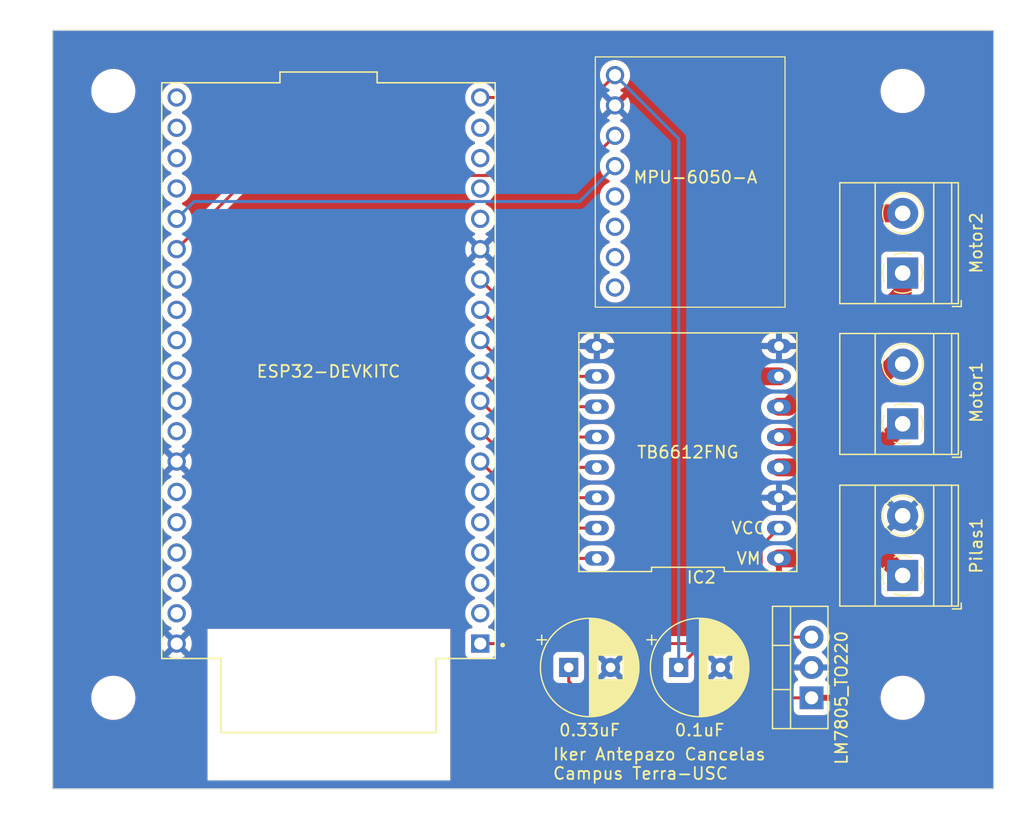
<source format=kicad_pcb>
(kicad_pcb (version 20241229) (generator "pcbnew") (generator_version "9.0")
  (layers (0 "F.Cu" signal) (2 "B.Cu" signal) (13 "F.Paste" user) (15 "B.Paste" user) (5 "F.SilkS" user "F.Silkscreen") (7 "B.SilkS" user "B.Silkscreen") (1 "F.Mask" user) (3 "B.Mask" user) (25 "Edge.Cuts" user))
  (net 0 "")
  (net 1 "Net-(IC2-VM1)")
  (net 2 "GND")
  (net 3 "Net-(U1-VO)")
  (net 4 "Net-(IC2-VCC)")
  (net 5 "AO1")
  (net 6 "AO2")
  (net 7 "BO1")
  (net 8 "BO2")
  (net 9 "PWMA")
  (net 10 "AIN1")
  (net 11 "AIN2")
  (net 12 "STBY")
  (net 13 "BIN1")
  (net 14 "BIN2")
  (net 15 "PWMB")
  (net 23 "Net-(U2-IO0)")
  (net 26 "Net-(U2-IO2)")
  (footprint "Mi_Libreria2:MODULE_ESP32-DEVKITC" (layer "F.Cu") (at 132.3 104.69 180)
    (property "Reference" "U2" (hide yes))
    (property "Value" "ESP32-DEVKITC" (at 0 -0.07 0) (layer "F.SilkS"))
    (pad "1" thru_hole rect (at -12.7 -22.85 180) (size 1.53 1.53) (drill 1.02) (layers "*.Cu" "*.Mask") (net 4 "Net-(IC2-VCC)"))
    (pad "2" thru_hole circle (at -12.7 -20.31 180) (size 1.53 1.53) (drill 1.02) (layers "*.Cu" "*.Mask"))
    (pad "3" thru_hole circle (at -12.7 -17.77 180) (size 1.53 1.53) (drill 1.02) (layers "*.Cu" "*.Mask"))
    (pad "4" thru_hole circle (at -12.7 -15.23 180) (size 1.53 1.53) (drill 1.02) (layers "*.Cu" "*.Mask"))
    (pad "5" thru_hole circle (at -12.7 -12.69 180) (size 1.53 1.53) (drill 1.02) (layers "*.Cu" "*.Mask"))
    (pad "6" thru_hole circle (at -12.7 -10.15 180) (size 1.53 1.53) (drill 1.02) (layers "*.Cu" "*.Mask"))
    (pad "7" thru_hole circle (at -12.7 -7.61 180) (size 1.53 1.53) (drill 1.02) (layers "*.Cu" "*.Mask") (net 9 "PWMA"))
    (pad "8" thru_hole circle (at -12.7 -5.07 180) (size 1.53 1.53) (drill 1.02) (layers "*.Cu" "*.Mask") (net 10 "AIN1"))
    (pad "9" thru_hole circle (at -12.7 -2.53 180) (size 1.53 1.53) (drill 1.02) (layers "*.Cu" "*.Mask") (net 11 "AIN2"))
    (pad "10" thru_hole circle (at -12.7 0.01 180) (size 1.53 1.53) (drill 1.02) (layers "*.Cu" "*.Mask") (net 12 "STBY"))
    (pad "11" thru_hole circle (at -12.7 2.55 180) (size 1.53 1.53) (drill 1.02) (layers "*.Cu" "*.Mask") (net 13 "BIN1"))
    (pad "12" thru_hole circle (at -12.7 5.09 180) (size 1.53 1.53) (drill 1.02) (layers "*.Cu" "*.Mask") (net 14 "BIN2"))
    (pad "13" thru_hole circle (at -12.7 7.63 180) (size 1.53 1.53) (drill 1.02) (layers "*.Cu" "*.Mask") (net 15 "PWMB"))
    (pad "14" thru_hole circle (at -12.7 10.17 180) (size 1.53 1.53) (drill 1.02) (layers "*.Cu" "*.Mask") (net 2 "GND"))
    (pad "15" thru_hole circle (at -12.7 12.71 180) (size 1.53 1.53) (drill 1.02) (layers "*.Cu" "*.Mask"))
    (pad "16" thru_hole circle (at -12.7 15.25 180) (size 1.53 1.53) (drill 1.02) (layers "*.Cu" "*.Mask"))
    (pad "17" thru_hole circle (at -12.7 17.79 180) (size 1.53 1.53) (drill 1.02) (layers "*.Cu" "*.Mask"))
    (pad "18" thru_hole circle (at -12.7 20.33 180) (size 1.53 1.53) (drill 1.02) (layers "*.Cu" "*.Mask"))
    (pad "19" thru_hole circle (at -12.7 22.87 180) (size 1.53 1.53) (drill 1.02) (layers "*.Cu" "*.Mask") (net 3 "Net-(U1-VO)"))
    (pad "20" thru_hole circle (at 12.7 22.87 180) (size 1.53 1.53) (drill 1.02) (layers "*.Cu" "*.Mask"))
    (pad "21" thru_hole circle (at 12.7 20.33 180) (size 1.53 1.53) (drill 1.02) (layers "*.Cu" "*.Mask"))
    (pad "22" thru_hole circle (at 12.7 17.79 180) (size 1.53 1.53) (drill 1.02) (layers "*.Cu" "*.Mask"))
    (pad "23" thru_hole circle (at 12.7 15.25 180) (size 1.53 1.53) (drill 1.02) (layers "*.Cu" "*.Mask"))
    (pad "24" thru_hole circle (at 12.7 12.71 180) (size 1.53 1.53) (drill 1.02) (layers "*.Cu" "*.Mask") (net 26 "Net-(U2-IO2)"))
    (pad "25" thru_hole circle (at 12.7 10.17 180) (size 1.53 1.53) (drill 1.02) (layers "*.Cu" "*.Mask") (net 23 "Net-(U2-IO0)"))
    (pad "26" thru_hole circle (at 12.7 7.63 180) (size 1.53 1.53) (drill 1.02) (layers "*.Cu" "*.Mask"))
    (pad "27" thru_hole circle (at 12.7 5.09 180) (size 1.53 1.53) (drill 1.02) (layers "*.Cu" "*.Mask"))
    (pad "28" thru_hole circle (at 12.7 2.55 180) (size 1.53 1.53) (drill 1.02) (layers "*.Cu" "*.Mask"))
    (pad "29" thru_hole circle (at 12.7 0.01 180) (size 1.53 1.53) (drill 1.02) (layers "*.Cu" "*.Mask"))
    (pad "30" thru_hole circle (at 12.7 -2.53 180) (size 1.53 1.53) (drill 1.02) (layers "*.Cu" "*.Mask"))
    (pad "31" thru_hole circle (at 12.7 -5.07 180) (size 1.53 1.53) (drill 1.02) (layers "*.Cu" "*.Mask"))
    (pad "32" thru_hole circle (at 12.7 -7.61 180) (size 1.53 1.53) (drill 1.02) (layers "*.Cu" "*.Mask") (net 2 "GND"))
    (pad "33" thru_hole circle (at 12.7 -10.15 180) (size 1.53 1.53) (drill 1.02) (layers "*.Cu" "*.Mask"))
    (pad "34" thru_hole circle (at 12.7 -12.69 180) (size 1.53 1.53) (drill 1.02) (layers "*.Cu" "*.Mask"))
    (pad "35" thru_hole circle (at 12.7 -15.23 180) (size 1.53 1.53) (drill 1.02) (layers "*.Cu" "*.Mask"))
    (pad "36" thru_hole circle (at 12.7 -17.77 180) (size 1.53 1.53) (drill 1.02) (layers "*.Cu" "*.Mask"))
    (pad "37" thru_hole circle (at 12.7 -20.31 180) (size 1.53 1.53) (drill 1.02) (layers "*.Cu" "*.Mask"))
    (pad "38" thru_hole circle (at 12.7 -22.85 180) (size 1.53 1.53) (drill 1.02) (layers "*.Cu" "*.Mask") (net 2 "GND"))
  )
  (footprint "Mi_Libreria2:MPU6050" (layer "F.Cu") (at 156.2735 79.9465)
    (property "Reference" "U4")
    (property "Value" "MPU-6050-A" (at 6.7265 8.5535 0) (layer "F.SilkS"))
    (pad "1" thru_hole circle (at 0 0) (size 1.53 1.53) (drill 1.02) (layers "*.Cu" "*.Mask") (net 3 "Net-(U1-VO)"))
    (pad "2" thru_hole circle (at 0 2.54) (size 1.53 1.53) (drill 1.02) (layers "*.Cu" "*.Mask") (net 2 "GND"))
    (pad "3" thru_hole circle (at 0 5.08) (size 1.53 1.53) (drill 1.02) (layers "*.Cu" "*.Mask") (net 23 "Net-(U2-IO0)"))
    (pad "4" thru_hole circle (at 0 7.62) (size 1.53 1.53) (drill 1.02) (layers "*.Cu" "*.Mask") (net 26 "Net-(U2-IO2)"))
    (pad "5" thru_hole circle (at 0 10.16) (size 1.53 1.53) (drill 1.02) (layers "*.Cu" "*.Mask"))
    (pad "6" thru_hole circle (at 0 12.7) (size 1.53 1.53) (drill 1.02) (layers "*.Cu" "*.Mask"))
    (pad "7" thru_hole circle (at 0 15.24) (size 1.53 1.53) (drill 1.02) (layers "*.Cu" "*.Mask"))
    (pad "8" thru_hole circle (at 0 17.78) (size 1.53 1.53) (drill 1.02) (layers "*.Cu" "*.Mask"))
  )
  (footprint "MountingHole:MountingHole_3.2mm_M3" (layer "F.Cu") (at 114.3 132.08)
    (property "Reference" "REF**" (hide yes))
    (property "Value" "MountingHole_3.2mm_M3")
    (pad "" np_thru_hole circle (at 0 0) (size 3.2 3.2) (drill 3.2) (layers "*.Cu" "*.Mask"))
  )
  (footprint "Mi_Libreria2:TB6612FngSparkfun" (layer "F.Cu") (at 161.1 107.71 180)
    (property "Reference" "IC2" (at -2.4 -14.29 180) (layer "F.SilkS"))
    (property "Value" "TB6612FNG" (at -1.27 -3.81 180) (layer "F.SilkS"))
    (fp_text user "VCC" (at -6.35 -10.16 180) (layer "F.SilkS"))
    (fp_text user "VM" (at -6.35 -12.7 180) (layer "F.SilkS"))
    (pad "1" thru_hole oval (at -8.89 -12.7 90) (size 1.2 2) (drill 0.8) (layers "*.Cu" "*.Mask") (net 1 "Net-(IC2-VM1)"))
    (pad "2" thru_hole oval (at -8.89 -10.16 90) (size 1.2 2) (drill 0.8) (layers "*.Cu" "*.Mask") (net 4 "Net-(IC2-VCC)"))
    (pad "3" thru_hole oval (at -8.89 -7.62 90) (size 1.2 2) (drill 0.8) (layers "*.Cu" "*.Mask") (net 2 "GND"))
    (pad "4" thru_hole oval (at -8.89 -5.08 90) (size 1.2 2) (drill 0.8) (layers "*.Cu" "*.Mask") (net 5 "AO1"))
    (pad "5" thru_hole oval (at -8.89 -2.54 90) (size 1.2 2) (drill 0.8) (layers "*.Cu" "*.Mask") (net 6 "AO2"))
    (pad "6" thru_hole oval (at -8.89 0 90) (size 1.2 2) (drill 0.8) (layers "*.Cu" "*.Mask") (net 7 "BO1"))
    (pad "7" thru_hole oval (at -8.89 2.54 90) (size 1.2 2) (drill 0.8) (layers "*.Cu" "*.Mask") (net 8 "BO2"))
    (pad "8" thru_hole oval (at -8.89 5.08 90) (size 1.2 2) (drill 0.8) (layers "*.Cu" "*.Mask") (net 2 "GND"))
    (pad "9" thru_hole oval (at 6.35 5.08 90) (size 1.2 2) (drill 0.8) (layers "*.Cu" "*.Mask") (net 2 "GND"))
    (pad "10" thru_hole oval (at 6.35 2.54 90) (size 1.2 2) (drill 0.8) (layers "*.Cu" "*.Mask") (net 15 "PWMB"))
    (pad "11" thru_hole oval (at 6.35 0 90) (size 1.2 2) (drill 0.8) (layers "*.Cu" "*.Mask") (net 14 "BIN2"))
    (pad "12" thru_hole oval (at 6.35 -2.54 90) (size 1.2 2) (drill 0.8) (layers "*.Cu" "*.Mask") (net 13 "BIN1"))
    (pad "13" thru_hole oval (at 6.35 -5.08 90) (size 1.2 2) (drill 0.8) (layers "*.Cu" "*.Mask") (net 12 "STBY"))
    (pad "14" thru_hole oval (at 6.35 -7.62 90) (size 1.2 2) (drill 0.8) (layers "*.Cu" "*.Mask") (net 11 "AIN2"))
    (pad "15" thru_hole oval (at 6.35 -10.16 90) (size 1.2 2) (drill 0.8) (layers "*.Cu" "*.Mask") (net 10 "AIN1"))
    (pad "16" thru_hole oval (at 6.35 -12.7 90) (size 1.2 2) (drill 0.8) (layers "*.Cu" "*.Mask") (net 9 "PWMA"))
  )
  (footprint "TerminalBlock_Phoenix:TerminalBlock_Phoenix_MKDS-1,5-2_1x02_P5.00mm_Horizontal" (layer "F.Cu") (at 180.34 121.84 90)
    (property "Reference" "Pilas1" (at 2.5 6.16 90) (layer "F.SilkS"))
    (property "Value" "~")
    (pad "1" thru_hole rect (at 0 0 90) (size 2.6 2.6) (drill 1.3) (layers "*.Cu" "*.Mask") (net 1 "Net-(IC2-VM1)"))
    (pad "2" thru_hole circle (at 5 0 90) (size 2.6 2.6) (drill 1.3) (layers "*.Cu" "*.Mask") (net 2 "GND"))
  )
  (footprint "MountingHole:MountingHole_3.2mm_M3" (layer "F.Cu") (at 180.34 132.08)
    (property "Reference" "REF**" (hide yes))
    (property "Value" "MountingHole_3.2mm_M3")
    (pad "" np_thru_hole circle (at 0 0) (size 3.2 3.2) (drill 3.2) (layers "*.Cu" "*.Mask"))
  )
  (footprint "Package_TO_SOT_THT:TO-220-3_Vertical" (layer "F.Cu") (at 172.72 132.08 90)
    (property "Reference" "U1")
    (property "Value" "LM7805_TO220" (at 0 2.5 90) (layer "F.SilkS"))
    (pad "1" thru_hole rect (at 0 0 90) (size 1.905 2) (drill 1.1) (layers "*.Cu" "*.Mask") (net 1 "Net-(IC2-VM1)"))
    (pad "2" thru_hole oval (at 2.54 0 90) (size 1.905 2) (drill 1.1) (layers "*.Cu" "*.Mask") (net 2 "GND"))
    (pad "3" thru_hole oval (at 5.08 0 90) (size 1.905 2) (drill 1.1) (layers "*.Cu" "*.Mask") (net 3 "Net-(U1-VO)"))
  )
  (footprint "Capacitor_THT:CP_Radial_D8.0mm_P3.50mm" (layer "F.Cu") (at 161.6 129.54)
    (property "Reference" "C3")
    (property "Value" "0.1uF" (at 1.75 5.25 0) (layer "F.SilkS"))
    (pad "1" thru_hole rect (at 0 0) (size 1.6 1.6) (drill 0.8) (layers "*.Cu" "*.Mask") (net 3 "Net-(U1-VO)"))
    (pad "2" thru_hole circle (at 3.5 0) (size 1.6 1.6) (drill 0.8) (layers "*.Cu" "*.Mask") (net 2 "GND"))
  )
  (footprint "TerminalBlock_Phoenix:TerminalBlock_Phoenix_MKDS-1,5-2_1x02_P5.00mm_Horizontal" (layer "F.Cu") (at 180.34 109.14 90)
    (property "Reference" "Motor1" (at 2.64 6.16 90) (layer "F.SilkS"))
    (property "Value" "~")
    (pad "1" thru_hole rect (at 0 0 90) (size 2.6 2.6) (drill 1.3) (layers "*.Cu" "*.Mask") (net 5 "AO1"))
    (pad "2" thru_hole circle (at 5 0 90) (size 2.6 2.6) (drill 1.3) (layers "*.Cu" "*.Mask") (net 6 "AO2"))
  )
  (footprint "MountingHole:MountingHole_3.2mm_M3" (layer "F.Cu") (at 114.3 81.28)
    (property "Reference" "REF**" (hide yes))
    (property "Value" "MountingHole_3.2mm_M3")
    (pad "" np_thru_hole circle (at 0 0) (size 3.2 3.2) (drill 3.2) (layers "*.Cu" "*.Mask"))
  )
  (footprint "Capacitor_THT:CP_Radial_D8.0mm_P3.50mm" (layer "F.Cu") (at 152.4 129.54)
    (property "Reference" "C2")
    (property "Value" "0.33uF" (at 1.75 5.25 0) (layer "F.SilkS"))
    (pad "1" thru_hole rect (at 0 0) (size 1.6 1.6) (drill 0.8) (layers "*.Cu" "*.Mask") (net 1 "Net-(IC2-VM1)"))
    (pad "2" thru_hole circle (at 3.5 0) (size 1.6 1.6) (drill 0.8) (layers "*.Cu" "*.Mask") (net 2 "GND"))
  )
  (footprint "TerminalBlock_Phoenix:TerminalBlock_Phoenix_MKDS-1,5-2_1x02_P5.00mm_Horizontal" (layer "F.Cu") (at 180.34 96.52 90)
    (property "Reference" "Motor2" (at 2.52 6.16 90) (layer "F.SilkS"))
    (property "Value" "~")
    (pad "1" thru_hole rect (at 0 0 90) (size 2.6 2.6) (drill 1.3) (layers "*.Cu" "*.Mask") (net 7 "BO1"))
    (pad "2" thru_hole circle (at 5 0 90) (size 2.6 2.6) (drill 1.3) (layers "*.Cu" "*.Mask") (net 8 "BO2"))
  )
  (footprint "MountingHole:MountingHole_3.2mm_M3" (layer "F.Cu") (at 180.34 81.28)
    (property "Reference" "REF**" (hide yes))
    (property "Value" "MountingHole_3.2mm_M3")
    (pad "" np_thru_hole circle (at 0 0) (size 3.2 3.2) (drill 3.2) (layers "*.Cu" "*.Mask"))
  )
  (gr_rect (start 109.22 76.2) (end 187.96 139.7) (stroke (width 0.1)) (fill no) (layer "Edge.Cuts"))
  (gr_text "Iker Antepazo Cancelas\nCampus Terra-USC" (at 151 139 0) (layer "F.SilkS") (effects (font (size 1 1)) (justify left bottom)))
  (segment (start 176.53 127.099) (end 173.891 124.46) (width 0.5) (layer "F.Cu") (net 1))
  (segment (start 153.78 132.08) (end 172.72 132.08) (width 0.25) (layer "F.Cu") (net 1))
  (segment (start 175.26 132.08) (end 176.53 130.81) (width 0.5) (layer "F.Cu") (net 1))
  (segment (start 152.4 129.54) (end 152.4 130.7) (width 0.25) (layer "F.Cu") (net 1))
  (segment (start 172.72 124.46) (end 169.99 121.73) (width 0.5) (layer "F.Cu") (net 1))
  (segment (start 169.99 120.41) (end 178.91 120.41) (width 1.5) (layer "F.Cu") (net 1))
  (segment (start 152.4 130.7) (end 153.78 132.08) (width 0.25) (layer "F.Cu") (net 1))
  (segment (start 172.72 132.08) (end 175.26 132.08) (width 0.5) (layer "F.Cu") (net 1))
  (segment (start 176.53 130.81) (end 176.53 127.099) (width 0.5) (layer "F.Cu") (net 1))
  (segment (start 178.91 120.41) (end 180.34 121.84) (width 1.5) (layer "F.Cu") (net 1))
  (segment (start 173.891 124.46) (end 172.72 124.46) (width 0.5) (layer "F.Cu") (net 1))
  (segment (start 170.217 120.777) (end 170.18 120.74) (width 0.25) (layer "F.Cu") (net 1))
  (segment (start 169.99 121.73) (end 169.99 120.41) (width 0.5) (layer "F.Cu") (net 1))
  (segment (start 145 81.82) (end 154.4 81.82) (width 0.25) (layer "F.Cu") (net 3))
  (segment (start 161.6 129.54) (end 164.14 127) (width 0.25) (layer "F.Cu") (net 3))
  (segment (start 164.14 127) (end 172.72 127) (width 0.25) (layer "F.Cu") (net 3))
  (segment (start 154.4 81.82) (end 156.2735 79.9465) (width 0.25) (layer "F.Cu") (net 3))
  (segment (start 161.6 85.273) (end 161.6 129.54) (width 0.25) (layer "B.Cu") (net 3))
  (segment (start 156.2735 79.9465) (end 161.6 85.273) (width 0.25) (layer "B.Cu") (net 3))
  (segment (start 145 127.54) (end 162.46 127.54) (width 0.25) (layer "F.Cu") (net 4))
  (segment (start 168.5 119.36) (end 169.99 117.87) (width 0.25) (layer "F.Cu") (net 4))
  (segment (start 162.46 127.54) (end 168.5 121.5) (width 0.25) (layer "F.Cu") (net 4))
  (segment (start 168.5 121.5) (end 168.5 119.36) (width 0.25) (layer "F.Cu") (net 4))
  (segment (start 176.69 112.79) (end 180.34 109.14) (width 1.5) (layer "F.Cu") (net 5))
  (segment (start 169.99 112.79) (end 176.69 112.79) (width 1.5) (layer "F.Cu") (net 5))
  (segment (start 173.49 110.25) (end 179.6 104.14) (width 1.5) (layer "F.Cu") (net 6))
  (segment (start 169.99 110.25) (end 173.49 110.25) (width 1.5) (layer "F.Cu") (net 6))
  (segment (start 179.6 104.14) (end 180.34 104.14) (width 1.5) (layer "F.Cu") (net 6))
  (segment (start 180.34 98.16) (end 180.34 96.52) (width 1.5) (layer "F.Cu") (net 7))
  (segment (start 169.99 107.71) (end 170.79 107.71) (width 1.5) (layer "F.Cu") (net 7))
  (segment (start 170.79 107.71) (end 180.34 98.16) (width 1.5) (layer "F.Cu") (net 7))
  (segment (start 167.64 105.17) (end 169.99 105.17) (width 1.5) (layer "F.Cu") (net 8))
  (segment (start 166.75 104.28) (end 167.64 105.17) (width 1.5) (layer "F.Cu") (net 8))
  (segment (start 175.18 91.52) (end 166.75 99.95) (width 1.5) (layer "F.Cu") (net 8))
  (segment (start 180.34 91.52) (end 175.18 91.52) (width 1.5) (layer "F.Cu") (net 8))
  (segment (start 166.75 99.95) (end 166.75 104.28) (width 1.5) (layer "F.Cu") (net 8))
  (segment (start 154.75 120.41) (end 153.11 120.41) (width 0.25) (layer "F.Cu") (net 9))
  (segment (start 153.11 120.41) (end 145 112.3) (width 0.25) (layer "F.Cu") (net 9))
  (segment (start 153.11 117.87) (end 145 109.76) (width 0.25) (layer "F.Cu") (net 10))
  (segment (start 154.75 117.87) (end 153.11 117.87) (width 0.25) (layer "F.Cu") (net 10))
  (segment (start 154.75 115.33) (end 153.11 115.33) (width 0.25) (layer "F.Cu") (net 11))
  (segment (start 153.11 115.33) (end 145 107.22) (width 0.25) (layer "F.Cu") (net 11))
  (segment (start 153.11 112.79) (end 145 104.68) (width 0.25) (layer "F.Cu") (net 12))
  (segment (start 154.75 112.79) (end 153.11 112.79) (width 0.25) (layer "F.Cu") (net 12))
  (segment (start 153.11 110.25) (end 145 102.14) (width 0.25) (layer "F.Cu") (net 13))
  (segment (start 154.75 110.25) (end 153.11 110.25) (width 0.25) (layer "F.Cu") (net 13))
  (segment (start 153.11 107.71) (end 154.75 107.71) (width 0.25) (layer "F.Cu") (net 14))
  (segment (start 145 99.6) (end 153.11 107.71) (width 0.25) (layer "F.Cu") (net 14))
  (segment (start 154.75 105.17) (end 153.11 105.17) (width 0.25) (layer "F.Cu") (net 15))
  (segment (start 153.11 105.17) (end 145 97.06) (width 0.25) (layer "F.Cu") (net 15))
  (segment (start 156.2735 85.0265) (end 152.95 88.35) (width 0.25) (layer "F.Cu") (net 23))
  (segment (start 152.95 88.35) (end 125.77 88.35) (width 0.25) (layer "F.Cu") (net 23))
  (segment (start 125.77 88.35) (end 119.6 94.52) (width 0.25) (layer "F.Cu") (net 23))
  (segment (start 156.2735 87.5665) (end 153.31 90.53) (width 0.25) (layer "B.Cu") (net 26))
  (segment (start 121.05 90.53) (end 119.6 91.98) (width 0.25) (layer "B.Cu") (net 26))
  (segment (start 153.31 90.53) (end 121.05 90.53) (width 0.25) (layer "B.Cu") (net 26))
  (zone (net 0) (net_name "") (layers "F.Cu" "B.Cu") (connect_pads (clearance 0)) (min_thickness 0.25)
    (keepout (tracks not_allowed) (vias not_allowed) (pads not_allowed) (copperpour not_allowed) (footprints allowed))
    (fill (thermal_gap 0.5) (thermal_bridge_width 0.5))
    (polygon (pts (xy 122.18 126.3) (xy 142.5 126.3) (xy 142.5 139) (xy 122.18 139)))
  )
  (zone (net 2) (net_name "GND") (layers "F.Cu" "B.Cu") (connect_pads (clearance 0.5)) (min_thickness 0.25) (fill yes (thermal_gap 0.5) (thermal_bridge_width 0.5))
    (polygon (pts (xy 106.68 73.66) (xy 190.5 73.66) (xy 190.5 142.24) (xy 106.68 142.24)))
  )
)
</source>
